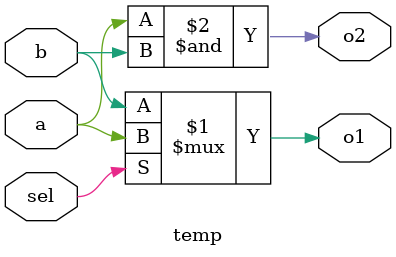
<source format=v>
module temp (a, b, sel, o1, o2);
    input a, b, sel;
    output o1, o2;
    assign o1 = (sel) ? a : b;
    assign o2 = a & b;
endmodule
</source>
